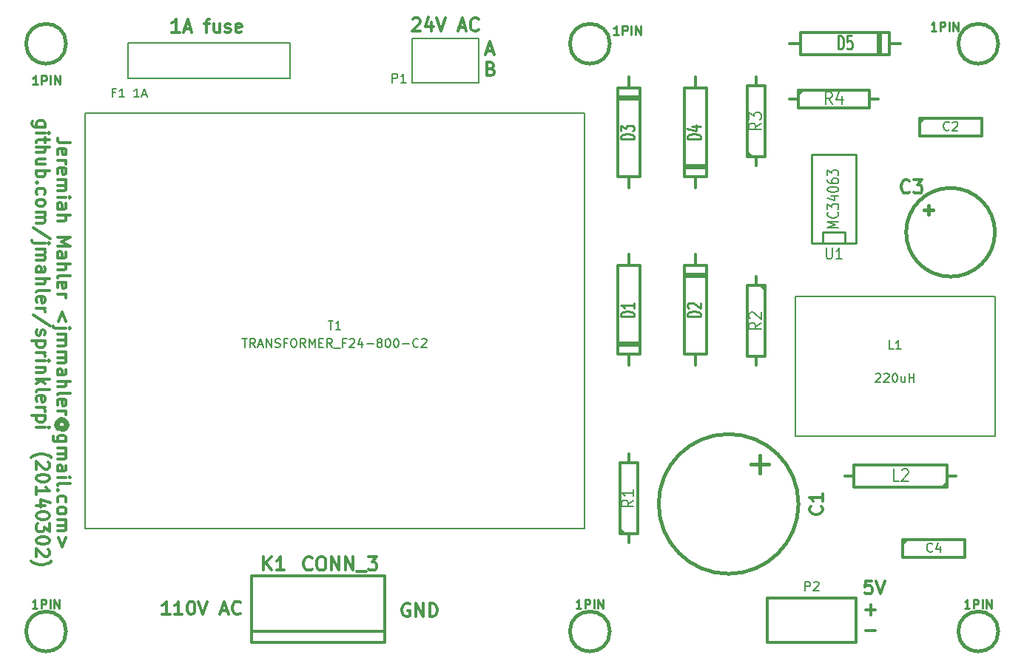
<source format=gto>
G04 (created by PCBNEW (2013-jul-07)-stable) date Sun 02 Mar 2014 10:40:17 AM PST*
%MOIN*%
G04 Gerber Fmt 3.4, Leading zero omitted, Abs format*
%FSLAX34Y34*%
G01*
G70*
G90*
G04 APERTURE LIST*
%ADD10C,0.00590551*%
%ADD11C,0.011811*%
%ADD12C,0.012*%
%ADD13C,0.008*%
%ADD14C,0.015*%
%ADD15C,0.01*%
G04 APERTURE END LIST*
G54D10*
G54D11*
X55609Y-25570D02*
X55890Y-25570D01*
X55553Y-25739D02*
X55750Y-25148D01*
X55946Y-25739D01*
X55792Y-26374D02*
X55876Y-26402D01*
X55904Y-26430D01*
X55932Y-26487D01*
X55932Y-26571D01*
X55904Y-26627D01*
X55876Y-26655D01*
X55820Y-26683D01*
X55595Y-26683D01*
X55595Y-26093D01*
X55792Y-26093D01*
X55848Y-26121D01*
X55876Y-26149D01*
X55904Y-26205D01*
X55904Y-26262D01*
X55876Y-26318D01*
X55848Y-26346D01*
X55792Y-26374D01*
X55595Y-26374D01*
X52273Y-24144D02*
X52301Y-24116D01*
X52357Y-24088D01*
X52498Y-24088D01*
X52554Y-24116D01*
X52582Y-24144D01*
X52611Y-24200D01*
X52611Y-24257D01*
X52582Y-24341D01*
X52245Y-24679D01*
X52611Y-24679D01*
X53117Y-24285D02*
X53117Y-24679D01*
X52976Y-24060D02*
X52836Y-24482D01*
X53201Y-24482D01*
X53342Y-24088D02*
X53539Y-24679D01*
X53735Y-24088D01*
X54354Y-24510D02*
X54635Y-24510D01*
X54298Y-24679D02*
X54495Y-24088D01*
X54692Y-24679D01*
X55226Y-24622D02*
X55198Y-24650D01*
X55113Y-24679D01*
X55057Y-24679D01*
X54973Y-24650D01*
X54917Y-24594D01*
X54888Y-24538D01*
X54860Y-24425D01*
X54860Y-24341D01*
X54888Y-24229D01*
X54917Y-24172D01*
X54973Y-24116D01*
X55057Y-24088D01*
X55113Y-24088D01*
X55198Y-24116D01*
X55226Y-24144D01*
X41762Y-24739D02*
X41425Y-24739D01*
X41593Y-24739D02*
X41593Y-24148D01*
X41537Y-24232D01*
X41481Y-24289D01*
X41425Y-24317D01*
X41987Y-24570D02*
X42268Y-24570D01*
X41931Y-24739D02*
X42128Y-24148D01*
X42325Y-24739D01*
X42887Y-24345D02*
X43112Y-24345D01*
X42971Y-24739D02*
X42971Y-24232D01*
X42999Y-24176D01*
X43056Y-24148D01*
X43112Y-24148D01*
X43562Y-24345D02*
X43562Y-24739D01*
X43309Y-24345D02*
X43309Y-24654D01*
X43337Y-24710D01*
X43393Y-24739D01*
X43478Y-24739D01*
X43534Y-24710D01*
X43562Y-24682D01*
X43815Y-24710D02*
X43871Y-24739D01*
X43984Y-24739D01*
X44040Y-24710D01*
X44068Y-24654D01*
X44068Y-24626D01*
X44040Y-24570D01*
X43984Y-24542D01*
X43899Y-24542D01*
X43843Y-24514D01*
X43815Y-24457D01*
X43815Y-24429D01*
X43843Y-24373D01*
X43899Y-24345D01*
X43984Y-24345D01*
X44040Y-24373D01*
X44546Y-24710D02*
X44490Y-24739D01*
X44377Y-24739D01*
X44321Y-24710D01*
X44293Y-24654D01*
X44293Y-24429D01*
X44321Y-24373D01*
X44377Y-24345D01*
X44490Y-24345D01*
X44546Y-24373D01*
X44574Y-24429D01*
X44574Y-24485D01*
X44293Y-24542D01*
X52130Y-50516D02*
X52073Y-50488D01*
X51989Y-50488D01*
X51905Y-50516D01*
X51848Y-50572D01*
X51820Y-50629D01*
X51792Y-50741D01*
X51792Y-50825D01*
X51820Y-50938D01*
X51848Y-50994D01*
X51905Y-51050D01*
X51989Y-51079D01*
X52045Y-51079D01*
X52130Y-51050D01*
X52158Y-51022D01*
X52158Y-50825D01*
X52045Y-50825D01*
X52411Y-51079D02*
X52411Y-50488D01*
X52748Y-51079D01*
X52748Y-50488D01*
X53029Y-51079D02*
X53029Y-50488D01*
X53170Y-50488D01*
X53254Y-50516D01*
X53311Y-50572D01*
X53339Y-50629D01*
X53367Y-50741D01*
X53367Y-50825D01*
X53339Y-50938D01*
X53311Y-50994D01*
X53254Y-51050D01*
X53170Y-51079D01*
X53029Y-51079D01*
X41329Y-50989D02*
X40992Y-50989D01*
X41161Y-50989D02*
X41161Y-50398D01*
X41104Y-50482D01*
X41048Y-50539D01*
X40992Y-50567D01*
X41892Y-50989D02*
X41554Y-50989D01*
X41723Y-50989D02*
X41723Y-50398D01*
X41667Y-50482D01*
X41611Y-50539D01*
X41554Y-50567D01*
X42257Y-50398D02*
X42314Y-50398D01*
X42370Y-50426D01*
X42398Y-50454D01*
X42426Y-50510D01*
X42454Y-50623D01*
X42454Y-50764D01*
X42426Y-50876D01*
X42398Y-50932D01*
X42370Y-50960D01*
X42314Y-50989D01*
X42257Y-50989D01*
X42201Y-50960D01*
X42173Y-50932D01*
X42145Y-50876D01*
X42117Y-50764D01*
X42117Y-50623D01*
X42145Y-50510D01*
X42173Y-50454D01*
X42201Y-50426D01*
X42257Y-50398D01*
X42623Y-50398D02*
X42820Y-50989D01*
X43017Y-50398D01*
X43635Y-50820D02*
X43917Y-50820D01*
X43579Y-50989D02*
X43776Y-50398D01*
X43973Y-50989D01*
X44507Y-50932D02*
X44479Y-50960D01*
X44395Y-50989D01*
X44338Y-50989D01*
X44254Y-50960D01*
X44198Y-50904D01*
X44170Y-50848D01*
X44142Y-50735D01*
X44142Y-50651D01*
X44170Y-50539D01*
X44198Y-50482D01*
X44254Y-50426D01*
X44338Y-50398D01*
X44395Y-50398D01*
X44479Y-50426D01*
X44507Y-50454D01*
X72951Y-49468D02*
X72670Y-49468D01*
X72642Y-49749D01*
X72670Y-49721D01*
X72726Y-49693D01*
X72867Y-49693D01*
X72923Y-49721D01*
X72951Y-49749D01*
X72979Y-49805D01*
X72979Y-49946D01*
X72951Y-50002D01*
X72923Y-50030D01*
X72867Y-50059D01*
X72726Y-50059D01*
X72670Y-50030D01*
X72642Y-50002D01*
X73148Y-49468D02*
X73345Y-50059D01*
X73542Y-49468D01*
X72670Y-50778D02*
X73120Y-50778D01*
X72895Y-51003D02*
X72895Y-50553D01*
X72670Y-51723D02*
X73120Y-51723D01*
X36851Y-29723D02*
X36429Y-29723D01*
X36345Y-29694D01*
X36289Y-29638D01*
X36260Y-29554D01*
X36260Y-29498D01*
X36289Y-30229D02*
X36260Y-30172D01*
X36260Y-30060D01*
X36289Y-30004D01*
X36345Y-29976D01*
X36570Y-29976D01*
X36626Y-30004D01*
X36654Y-30060D01*
X36654Y-30172D01*
X36626Y-30229D01*
X36570Y-30257D01*
X36514Y-30257D01*
X36457Y-29976D01*
X36260Y-30510D02*
X36654Y-30510D01*
X36542Y-30510D02*
X36598Y-30538D01*
X36626Y-30566D01*
X36654Y-30622D01*
X36654Y-30679D01*
X36289Y-31100D02*
X36260Y-31044D01*
X36260Y-30932D01*
X36289Y-30875D01*
X36345Y-30847D01*
X36570Y-30847D01*
X36626Y-30875D01*
X36654Y-30932D01*
X36654Y-31044D01*
X36626Y-31100D01*
X36570Y-31129D01*
X36514Y-31129D01*
X36457Y-30847D01*
X36260Y-31382D02*
X36654Y-31382D01*
X36598Y-31382D02*
X36626Y-31410D01*
X36654Y-31466D01*
X36654Y-31550D01*
X36626Y-31607D01*
X36570Y-31635D01*
X36260Y-31635D01*
X36570Y-31635D02*
X36626Y-31663D01*
X36654Y-31719D01*
X36654Y-31803D01*
X36626Y-31860D01*
X36570Y-31888D01*
X36260Y-31888D01*
X36260Y-32169D02*
X36654Y-32169D01*
X36851Y-32169D02*
X36823Y-32141D01*
X36795Y-32169D01*
X36823Y-32197D01*
X36851Y-32169D01*
X36795Y-32169D01*
X36260Y-32703D02*
X36570Y-32703D01*
X36626Y-32675D01*
X36654Y-32619D01*
X36654Y-32507D01*
X36626Y-32450D01*
X36289Y-32703D02*
X36260Y-32647D01*
X36260Y-32507D01*
X36289Y-32450D01*
X36345Y-32422D01*
X36401Y-32422D01*
X36457Y-32450D01*
X36485Y-32507D01*
X36485Y-32647D01*
X36514Y-32703D01*
X36260Y-32985D02*
X36851Y-32985D01*
X36260Y-33238D02*
X36570Y-33238D01*
X36626Y-33210D01*
X36654Y-33153D01*
X36654Y-33069D01*
X36626Y-33013D01*
X36598Y-32985D01*
X36260Y-33969D02*
X36851Y-33969D01*
X36429Y-34166D01*
X36851Y-34363D01*
X36260Y-34363D01*
X36260Y-34897D02*
X36570Y-34897D01*
X36626Y-34869D01*
X36654Y-34812D01*
X36654Y-34700D01*
X36626Y-34644D01*
X36289Y-34897D02*
X36260Y-34841D01*
X36260Y-34700D01*
X36289Y-34644D01*
X36345Y-34616D01*
X36401Y-34616D01*
X36457Y-34644D01*
X36485Y-34700D01*
X36485Y-34841D01*
X36514Y-34897D01*
X36260Y-35178D02*
X36851Y-35178D01*
X36260Y-35431D02*
X36570Y-35431D01*
X36626Y-35403D01*
X36654Y-35347D01*
X36654Y-35262D01*
X36626Y-35206D01*
X36598Y-35178D01*
X36260Y-35797D02*
X36289Y-35741D01*
X36345Y-35712D01*
X36851Y-35712D01*
X36289Y-36247D02*
X36260Y-36190D01*
X36260Y-36078D01*
X36289Y-36022D01*
X36345Y-35994D01*
X36570Y-35994D01*
X36626Y-36022D01*
X36654Y-36078D01*
X36654Y-36190D01*
X36626Y-36247D01*
X36570Y-36275D01*
X36514Y-36275D01*
X36457Y-35994D01*
X36260Y-36528D02*
X36654Y-36528D01*
X36542Y-36528D02*
X36598Y-36556D01*
X36626Y-36584D01*
X36654Y-36640D01*
X36654Y-36697D01*
X36654Y-37793D02*
X36485Y-37343D01*
X36317Y-37793D01*
X36654Y-38075D02*
X36148Y-38075D01*
X36092Y-38046D01*
X36064Y-37990D01*
X36064Y-37962D01*
X36851Y-38075D02*
X36823Y-38046D01*
X36795Y-38075D01*
X36823Y-38103D01*
X36851Y-38075D01*
X36795Y-38075D01*
X36260Y-38356D02*
X36654Y-38356D01*
X36598Y-38356D02*
X36626Y-38384D01*
X36654Y-38440D01*
X36654Y-38525D01*
X36626Y-38581D01*
X36570Y-38609D01*
X36260Y-38609D01*
X36570Y-38609D02*
X36626Y-38637D01*
X36654Y-38693D01*
X36654Y-38778D01*
X36626Y-38834D01*
X36570Y-38862D01*
X36260Y-38862D01*
X36260Y-39143D02*
X36654Y-39143D01*
X36598Y-39143D02*
X36626Y-39171D01*
X36654Y-39228D01*
X36654Y-39312D01*
X36626Y-39368D01*
X36570Y-39396D01*
X36260Y-39396D01*
X36570Y-39396D02*
X36626Y-39424D01*
X36654Y-39481D01*
X36654Y-39565D01*
X36626Y-39621D01*
X36570Y-39649D01*
X36260Y-39649D01*
X36260Y-40184D02*
X36570Y-40184D01*
X36626Y-40156D01*
X36654Y-40099D01*
X36654Y-39987D01*
X36626Y-39931D01*
X36289Y-40184D02*
X36260Y-40127D01*
X36260Y-39987D01*
X36289Y-39931D01*
X36345Y-39902D01*
X36401Y-39902D01*
X36457Y-39931D01*
X36485Y-39987D01*
X36485Y-40127D01*
X36514Y-40184D01*
X36260Y-40465D02*
X36851Y-40465D01*
X36260Y-40718D02*
X36570Y-40718D01*
X36626Y-40690D01*
X36654Y-40634D01*
X36654Y-40549D01*
X36626Y-40493D01*
X36598Y-40465D01*
X36260Y-41084D02*
X36289Y-41027D01*
X36345Y-40999D01*
X36851Y-40999D01*
X36289Y-41534D02*
X36260Y-41477D01*
X36260Y-41365D01*
X36289Y-41309D01*
X36345Y-41280D01*
X36570Y-41280D01*
X36626Y-41309D01*
X36654Y-41365D01*
X36654Y-41477D01*
X36626Y-41534D01*
X36570Y-41562D01*
X36514Y-41562D01*
X36457Y-41280D01*
X36260Y-41815D02*
X36654Y-41815D01*
X36542Y-41815D02*
X36598Y-41843D01*
X36626Y-41871D01*
X36654Y-41927D01*
X36654Y-41983D01*
X36542Y-42546D02*
X36570Y-42518D01*
X36598Y-42462D01*
X36598Y-42405D01*
X36570Y-42349D01*
X36542Y-42321D01*
X36485Y-42293D01*
X36429Y-42293D01*
X36373Y-42321D01*
X36345Y-42349D01*
X36317Y-42405D01*
X36317Y-42462D01*
X36345Y-42518D01*
X36373Y-42546D01*
X36598Y-42546D02*
X36373Y-42546D01*
X36345Y-42574D01*
X36345Y-42602D01*
X36373Y-42658D01*
X36429Y-42687D01*
X36570Y-42687D01*
X36654Y-42630D01*
X36710Y-42546D01*
X36739Y-42433D01*
X36710Y-42321D01*
X36654Y-42237D01*
X36570Y-42180D01*
X36457Y-42152D01*
X36345Y-42180D01*
X36260Y-42237D01*
X36204Y-42321D01*
X36176Y-42433D01*
X36204Y-42546D01*
X36260Y-42630D01*
X36654Y-43193D02*
X36176Y-43193D01*
X36120Y-43165D01*
X36092Y-43136D01*
X36064Y-43080D01*
X36064Y-42996D01*
X36092Y-42940D01*
X36289Y-43193D02*
X36260Y-43136D01*
X36260Y-43024D01*
X36289Y-42968D01*
X36317Y-42940D01*
X36373Y-42911D01*
X36542Y-42911D01*
X36598Y-42940D01*
X36626Y-42968D01*
X36654Y-43024D01*
X36654Y-43136D01*
X36626Y-43193D01*
X36260Y-43474D02*
X36654Y-43474D01*
X36598Y-43474D02*
X36626Y-43502D01*
X36654Y-43558D01*
X36654Y-43643D01*
X36626Y-43699D01*
X36570Y-43727D01*
X36260Y-43727D01*
X36570Y-43727D02*
X36626Y-43755D01*
X36654Y-43811D01*
X36654Y-43896D01*
X36626Y-43952D01*
X36570Y-43980D01*
X36260Y-43980D01*
X36260Y-44514D02*
X36570Y-44514D01*
X36626Y-44486D01*
X36654Y-44430D01*
X36654Y-44318D01*
X36626Y-44261D01*
X36289Y-44514D02*
X36260Y-44458D01*
X36260Y-44318D01*
X36289Y-44261D01*
X36345Y-44233D01*
X36401Y-44233D01*
X36457Y-44261D01*
X36485Y-44318D01*
X36485Y-44458D01*
X36514Y-44514D01*
X36260Y-44796D02*
X36654Y-44796D01*
X36851Y-44796D02*
X36823Y-44767D01*
X36795Y-44796D01*
X36823Y-44824D01*
X36851Y-44796D01*
X36795Y-44796D01*
X36260Y-45161D02*
X36289Y-45105D01*
X36345Y-45077D01*
X36851Y-45077D01*
X36317Y-45386D02*
X36289Y-45414D01*
X36260Y-45386D01*
X36289Y-45358D01*
X36317Y-45386D01*
X36260Y-45386D01*
X36289Y-45920D02*
X36260Y-45864D01*
X36260Y-45752D01*
X36289Y-45696D01*
X36317Y-45667D01*
X36373Y-45639D01*
X36542Y-45639D01*
X36598Y-45667D01*
X36626Y-45696D01*
X36654Y-45752D01*
X36654Y-45864D01*
X36626Y-45920D01*
X36260Y-46258D02*
X36289Y-46202D01*
X36317Y-46174D01*
X36373Y-46145D01*
X36542Y-46145D01*
X36598Y-46174D01*
X36626Y-46202D01*
X36654Y-46258D01*
X36654Y-46342D01*
X36626Y-46399D01*
X36598Y-46427D01*
X36542Y-46455D01*
X36373Y-46455D01*
X36317Y-46427D01*
X36289Y-46399D01*
X36260Y-46342D01*
X36260Y-46258D01*
X36260Y-46708D02*
X36654Y-46708D01*
X36598Y-46708D02*
X36626Y-46736D01*
X36654Y-46792D01*
X36654Y-46877D01*
X36626Y-46933D01*
X36570Y-46961D01*
X36260Y-46961D01*
X36570Y-46961D02*
X36626Y-46989D01*
X36654Y-47045D01*
X36654Y-47130D01*
X36626Y-47186D01*
X36570Y-47214D01*
X36260Y-47214D01*
X36654Y-47495D02*
X36485Y-47945D01*
X36317Y-47495D01*
X35709Y-29005D02*
X35231Y-29005D01*
X35175Y-28977D01*
X35147Y-28949D01*
X35119Y-28893D01*
X35119Y-28809D01*
X35147Y-28752D01*
X35344Y-29005D02*
X35316Y-28949D01*
X35316Y-28837D01*
X35344Y-28780D01*
X35372Y-28752D01*
X35428Y-28724D01*
X35597Y-28724D01*
X35653Y-28752D01*
X35681Y-28780D01*
X35709Y-28837D01*
X35709Y-28949D01*
X35681Y-29005D01*
X35316Y-29287D02*
X35709Y-29287D01*
X35906Y-29287D02*
X35878Y-29258D01*
X35850Y-29287D01*
X35878Y-29315D01*
X35906Y-29287D01*
X35850Y-29287D01*
X35709Y-29483D02*
X35709Y-29708D01*
X35906Y-29568D02*
X35400Y-29568D01*
X35344Y-29596D01*
X35316Y-29652D01*
X35316Y-29708D01*
X35316Y-29905D02*
X35906Y-29905D01*
X35316Y-30158D02*
X35625Y-30158D01*
X35681Y-30130D01*
X35709Y-30074D01*
X35709Y-29990D01*
X35681Y-29933D01*
X35653Y-29905D01*
X35709Y-30693D02*
X35316Y-30693D01*
X35709Y-30440D02*
X35400Y-30440D01*
X35344Y-30468D01*
X35316Y-30524D01*
X35316Y-30608D01*
X35344Y-30665D01*
X35372Y-30693D01*
X35316Y-30974D02*
X35906Y-30974D01*
X35681Y-30974D02*
X35709Y-31030D01*
X35709Y-31143D01*
X35681Y-31199D01*
X35653Y-31227D01*
X35597Y-31255D01*
X35428Y-31255D01*
X35372Y-31227D01*
X35344Y-31199D01*
X35316Y-31143D01*
X35316Y-31030D01*
X35344Y-30974D01*
X35372Y-31508D02*
X35344Y-31536D01*
X35316Y-31508D01*
X35344Y-31480D01*
X35372Y-31508D01*
X35316Y-31508D01*
X35344Y-32043D02*
X35316Y-31986D01*
X35316Y-31874D01*
X35344Y-31818D01*
X35372Y-31789D01*
X35428Y-31761D01*
X35597Y-31761D01*
X35653Y-31789D01*
X35681Y-31818D01*
X35709Y-31874D01*
X35709Y-31986D01*
X35681Y-32043D01*
X35316Y-32380D02*
X35344Y-32324D01*
X35372Y-32296D01*
X35428Y-32267D01*
X35597Y-32267D01*
X35653Y-32296D01*
X35681Y-32324D01*
X35709Y-32380D01*
X35709Y-32464D01*
X35681Y-32521D01*
X35653Y-32549D01*
X35597Y-32577D01*
X35428Y-32577D01*
X35372Y-32549D01*
X35344Y-32521D01*
X35316Y-32464D01*
X35316Y-32380D01*
X35316Y-32830D02*
X35709Y-32830D01*
X35653Y-32830D02*
X35681Y-32858D01*
X35709Y-32914D01*
X35709Y-32999D01*
X35681Y-33055D01*
X35625Y-33083D01*
X35316Y-33083D01*
X35625Y-33083D02*
X35681Y-33111D01*
X35709Y-33167D01*
X35709Y-33252D01*
X35681Y-33308D01*
X35625Y-33336D01*
X35316Y-33336D01*
X35934Y-34039D02*
X35175Y-33533D01*
X35709Y-34236D02*
X35203Y-34236D01*
X35147Y-34208D01*
X35119Y-34152D01*
X35119Y-34124D01*
X35906Y-34236D02*
X35878Y-34208D01*
X35850Y-34236D01*
X35878Y-34264D01*
X35906Y-34236D01*
X35850Y-34236D01*
X35316Y-34517D02*
X35709Y-34517D01*
X35653Y-34517D02*
X35681Y-34545D01*
X35709Y-34602D01*
X35709Y-34686D01*
X35681Y-34742D01*
X35625Y-34770D01*
X35316Y-34770D01*
X35625Y-34770D02*
X35681Y-34798D01*
X35709Y-34855D01*
X35709Y-34939D01*
X35681Y-34995D01*
X35625Y-35023D01*
X35316Y-35023D01*
X35316Y-35558D02*
X35625Y-35558D01*
X35681Y-35530D01*
X35709Y-35473D01*
X35709Y-35361D01*
X35681Y-35305D01*
X35344Y-35558D02*
X35316Y-35501D01*
X35316Y-35361D01*
X35344Y-35305D01*
X35400Y-35276D01*
X35456Y-35276D01*
X35512Y-35305D01*
X35541Y-35361D01*
X35541Y-35501D01*
X35569Y-35558D01*
X35316Y-35839D02*
X35906Y-35839D01*
X35316Y-36092D02*
X35625Y-36092D01*
X35681Y-36064D01*
X35709Y-36008D01*
X35709Y-35923D01*
X35681Y-35867D01*
X35653Y-35839D01*
X35316Y-36458D02*
X35344Y-36401D01*
X35400Y-36373D01*
X35906Y-36373D01*
X35344Y-36908D02*
X35316Y-36851D01*
X35316Y-36739D01*
X35344Y-36683D01*
X35400Y-36654D01*
X35625Y-36654D01*
X35681Y-36683D01*
X35709Y-36739D01*
X35709Y-36851D01*
X35681Y-36908D01*
X35625Y-36936D01*
X35569Y-36936D01*
X35512Y-36654D01*
X35316Y-37189D02*
X35709Y-37189D01*
X35597Y-37189D02*
X35653Y-37217D01*
X35681Y-37245D01*
X35709Y-37301D01*
X35709Y-37357D01*
X35934Y-37976D02*
X35175Y-37470D01*
X35344Y-38145D02*
X35316Y-38201D01*
X35316Y-38314D01*
X35344Y-38370D01*
X35400Y-38398D01*
X35428Y-38398D01*
X35484Y-38370D01*
X35512Y-38314D01*
X35512Y-38229D01*
X35541Y-38173D01*
X35597Y-38145D01*
X35625Y-38145D01*
X35681Y-38173D01*
X35709Y-38229D01*
X35709Y-38314D01*
X35681Y-38370D01*
X35709Y-38651D02*
X35119Y-38651D01*
X35681Y-38651D02*
X35709Y-38707D01*
X35709Y-38820D01*
X35681Y-38876D01*
X35653Y-38904D01*
X35597Y-38932D01*
X35428Y-38932D01*
X35372Y-38904D01*
X35344Y-38876D01*
X35316Y-38820D01*
X35316Y-38707D01*
X35344Y-38651D01*
X35316Y-39185D02*
X35709Y-39185D01*
X35597Y-39185D02*
X35653Y-39214D01*
X35681Y-39242D01*
X35709Y-39298D01*
X35709Y-39354D01*
X35316Y-39551D02*
X35709Y-39551D01*
X35906Y-39551D02*
X35878Y-39523D01*
X35850Y-39551D01*
X35878Y-39579D01*
X35906Y-39551D01*
X35850Y-39551D01*
X35709Y-39832D02*
X35316Y-39832D01*
X35653Y-39832D02*
X35681Y-39860D01*
X35709Y-39917D01*
X35709Y-40001D01*
X35681Y-40057D01*
X35625Y-40085D01*
X35316Y-40085D01*
X35316Y-40366D02*
X35906Y-40366D01*
X35541Y-40423D02*
X35316Y-40591D01*
X35709Y-40591D02*
X35484Y-40366D01*
X35316Y-40929D02*
X35344Y-40873D01*
X35400Y-40845D01*
X35906Y-40845D01*
X35344Y-41379D02*
X35316Y-41323D01*
X35316Y-41210D01*
X35344Y-41154D01*
X35400Y-41126D01*
X35625Y-41126D01*
X35681Y-41154D01*
X35709Y-41210D01*
X35709Y-41323D01*
X35681Y-41379D01*
X35625Y-41407D01*
X35569Y-41407D01*
X35512Y-41126D01*
X35316Y-41660D02*
X35709Y-41660D01*
X35597Y-41660D02*
X35653Y-41688D01*
X35681Y-41716D01*
X35709Y-41773D01*
X35709Y-41829D01*
X35709Y-42026D02*
X35119Y-42026D01*
X35681Y-42026D02*
X35709Y-42082D01*
X35709Y-42194D01*
X35681Y-42251D01*
X35653Y-42279D01*
X35597Y-42307D01*
X35428Y-42307D01*
X35372Y-42279D01*
X35344Y-42251D01*
X35316Y-42194D01*
X35316Y-42082D01*
X35344Y-42026D01*
X35316Y-42560D02*
X35709Y-42560D01*
X35906Y-42560D02*
X35878Y-42532D01*
X35850Y-42560D01*
X35878Y-42588D01*
X35906Y-42560D01*
X35850Y-42560D01*
X35091Y-43910D02*
X35119Y-43882D01*
X35203Y-43825D01*
X35259Y-43797D01*
X35344Y-43769D01*
X35484Y-43741D01*
X35597Y-43741D01*
X35737Y-43769D01*
X35822Y-43797D01*
X35878Y-43825D01*
X35962Y-43882D01*
X35991Y-43910D01*
X35850Y-44107D02*
X35878Y-44135D01*
X35906Y-44191D01*
X35906Y-44332D01*
X35878Y-44388D01*
X35850Y-44416D01*
X35794Y-44444D01*
X35737Y-44444D01*
X35653Y-44416D01*
X35316Y-44079D01*
X35316Y-44444D01*
X35906Y-44810D02*
X35906Y-44866D01*
X35878Y-44922D01*
X35850Y-44950D01*
X35794Y-44978D01*
X35681Y-45007D01*
X35541Y-45007D01*
X35428Y-44978D01*
X35372Y-44950D01*
X35344Y-44922D01*
X35316Y-44866D01*
X35316Y-44810D01*
X35344Y-44753D01*
X35372Y-44725D01*
X35428Y-44697D01*
X35541Y-44669D01*
X35681Y-44669D01*
X35794Y-44697D01*
X35850Y-44725D01*
X35878Y-44753D01*
X35906Y-44810D01*
X35316Y-45569D02*
X35316Y-45232D01*
X35316Y-45400D02*
X35906Y-45400D01*
X35822Y-45344D01*
X35766Y-45288D01*
X35737Y-45232D01*
X35709Y-46075D02*
X35316Y-46075D01*
X35934Y-45935D02*
X35512Y-45794D01*
X35512Y-46160D01*
X35906Y-46497D02*
X35906Y-46553D01*
X35878Y-46609D01*
X35850Y-46638D01*
X35794Y-46666D01*
X35681Y-46694D01*
X35541Y-46694D01*
X35428Y-46666D01*
X35372Y-46638D01*
X35344Y-46609D01*
X35316Y-46553D01*
X35316Y-46497D01*
X35344Y-46441D01*
X35372Y-46413D01*
X35428Y-46384D01*
X35541Y-46356D01*
X35681Y-46356D01*
X35794Y-46384D01*
X35850Y-46413D01*
X35878Y-46441D01*
X35906Y-46497D01*
X35906Y-46891D02*
X35906Y-47256D01*
X35681Y-47059D01*
X35681Y-47144D01*
X35653Y-47200D01*
X35625Y-47228D01*
X35569Y-47256D01*
X35428Y-47256D01*
X35372Y-47228D01*
X35344Y-47200D01*
X35316Y-47144D01*
X35316Y-46975D01*
X35344Y-46919D01*
X35372Y-46891D01*
X35906Y-47622D02*
X35906Y-47678D01*
X35878Y-47734D01*
X35850Y-47762D01*
X35794Y-47791D01*
X35681Y-47819D01*
X35541Y-47819D01*
X35428Y-47791D01*
X35372Y-47762D01*
X35344Y-47734D01*
X35316Y-47678D01*
X35316Y-47622D01*
X35344Y-47566D01*
X35372Y-47537D01*
X35428Y-47509D01*
X35541Y-47481D01*
X35681Y-47481D01*
X35794Y-47509D01*
X35850Y-47537D01*
X35878Y-47566D01*
X35906Y-47622D01*
X35850Y-48044D02*
X35878Y-48072D01*
X35906Y-48128D01*
X35906Y-48269D01*
X35878Y-48325D01*
X35850Y-48353D01*
X35794Y-48381D01*
X35737Y-48381D01*
X35653Y-48353D01*
X35316Y-48016D01*
X35316Y-48381D01*
X35091Y-48578D02*
X35119Y-48606D01*
X35203Y-48662D01*
X35259Y-48690D01*
X35344Y-48719D01*
X35484Y-48747D01*
X35597Y-48747D01*
X35737Y-48719D01*
X35822Y-48690D01*
X35878Y-48662D01*
X35962Y-48606D01*
X35991Y-48578D01*
G54D10*
X74000Y-36650D02*
X78500Y-36650D01*
X78500Y-36650D02*
X78500Y-42950D01*
X78500Y-42950D02*
X69500Y-42950D01*
X69500Y-42950D02*
X69500Y-36650D01*
X69500Y-36650D02*
X74000Y-36650D01*
X37500Y-28370D02*
X60000Y-28370D01*
X60000Y-28370D02*
X60000Y-47100D01*
X60000Y-47100D02*
X37500Y-47100D01*
X37500Y-47100D02*
X37500Y-28370D01*
G54D12*
X67750Y-35750D02*
X67750Y-36150D01*
X67750Y-36150D02*
X68150Y-36150D01*
X68150Y-36150D02*
X68150Y-39350D01*
X68150Y-39350D02*
X67350Y-39350D01*
X67350Y-39350D02*
X67350Y-36150D01*
X67350Y-36150D02*
X67750Y-36150D01*
X67950Y-36150D02*
X68150Y-36350D01*
X67750Y-39750D02*
X67750Y-39350D01*
G54D13*
X55250Y-27000D02*
X52250Y-27000D01*
X52250Y-25000D02*
X55250Y-25000D01*
X55250Y-25000D02*
X55250Y-27000D01*
X52250Y-27000D02*
X52250Y-25000D01*
G54D14*
X75500Y-32550D02*
X75500Y-32950D01*
X75300Y-32750D02*
X75700Y-32750D01*
X78500Y-33750D02*
G75*
G03X78500Y-33750I-2000J0D01*
G74*
G01*
G54D15*
X70750Y-34250D02*
X70750Y-33750D01*
X70750Y-33750D02*
X71750Y-33750D01*
X71750Y-33750D02*
X71750Y-34250D01*
X70250Y-34250D02*
X70250Y-30250D01*
X70250Y-30250D02*
X72250Y-30250D01*
X72250Y-30250D02*
X72250Y-34250D01*
X72250Y-34250D02*
X70250Y-34250D01*
G54D12*
X74250Y-25250D02*
X73750Y-25250D01*
X73750Y-25250D02*
X73750Y-24750D01*
X73750Y-24750D02*
X69750Y-24750D01*
X69750Y-24750D02*
X69750Y-25250D01*
X69750Y-25250D02*
X69250Y-25250D01*
X69750Y-25250D02*
X69750Y-25750D01*
X69750Y-25750D02*
X73750Y-25750D01*
X73750Y-25750D02*
X73750Y-25250D01*
X73250Y-24750D02*
X73250Y-25750D01*
X73350Y-24750D02*
X73350Y-25750D01*
X62000Y-39750D02*
X62000Y-39250D01*
X62000Y-39250D02*
X62500Y-39250D01*
X62500Y-39250D02*
X62500Y-35250D01*
X62500Y-35250D02*
X62000Y-35250D01*
X62000Y-35250D02*
X62000Y-34750D01*
X62000Y-35250D02*
X61500Y-35250D01*
X61500Y-35250D02*
X61500Y-39250D01*
X61500Y-39250D02*
X62000Y-39250D01*
X62500Y-38750D02*
X61500Y-38750D01*
X62500Y-38850D02*
X61500Y-38850D01*
X65000Y-31750D02*
X65000Y-31250D01*
X65000Y-31250D02*
X65500Y-31250D01*
X65500Y-31250D02*
X65500Y-27250D01*
X65500Y-27250D02*
X65000Y-27250D01*
X65000Y-27250D02*
X65000Y-26750D01*
X65000Y-27250D02*
X64500Y-27250D01*
X64500Y-27250D02*
X64500Y-31250D01*
X64500Y-31250D02*
X65000Y-31250D01*
X65500Y-30750D02*
X64500Y-30750D01*
X65500Y-30850D02*
X64500Y-30850D01*
X62000Y-26750D02*
X62000Y-27250D01*
X62000Y-27250D02*
X61500Y-27250D01*
X61500Y-27250D02*
X61500Y-31250D01*
X61500Y-31250D02*
X62000Y-31250D01*
X62000Y-31250D02*
X62000Y-31750D01*
X62000Y-31250D02*
X62500Y-31250D01*
X62500Y-31250D02*
X62500Y-27250D01*
X62500Y-27250D02*
X62000Y-27250D01*
X61500Y-27750D02*
X62500Y-27750D01*
X61500Y-27650D02*
X62500Y-27650D01*
X65000Y-34750D02*
X65000Y-35250D01*
X65000Y-35250D02*
X64500Y-35250D01*
X64500Y-35250D02*
X64500Y-39250D01*
X64500Y-39250D02*
X65000Y-39250D01*
X65000Y-39250D02*
X65000Y-39750D01*
X65000Y-39250D02*
X65500Y-39250D01*
X65500Y-39250D02*
X65500Y-35250D01*
X65500Y-35250D02*
X65000Y-35250D01*
X64500Y-35750D02*
X65500Y-35750D01*
X64500Y-35650D02*
X65500Y-35650D01*
G54D14*
X67900Y-43800D02*
X67900Y-44600D01*
X68300Y-44200D02*
X67500Y-44200D01*
X69650Y-46000D02*
G75*
G03X69650Y-46000I-3150J0D01*
G74*
G01*
X61150Y-25250D02*
G75*
G03X61150Y-25250I-900J0D01*
G74*
G01*
X36650Y-25250D02*
G75*
G03X36650Y-25250I-900J0D01*
G74*
G01*
X36650Y-51750D02*
G75*
G03X36650Y-51750I-900J0D01*
G74*
G01*
X61150Y-51750D02*
G75*
G03X61150Y-51750I-900J0D01*
G74*
G01*
X78650Y-25250D02*
G75*
G03X78650Y-25250I-900J0D01*
G74*
G01*
X78650Y-51750D02*
G75*
G03X78650Y-51750I-900J0D01*
G74*
G01*
G54D12*
X67750Y-30750D02*
X67750Y-30350D01*
X67750Y-30350D02*
X67350Y-30350D01*
X67350Y-30350D02*
X67350Y-27150D01*
X67350Y-27150D02*
X68150Y-27150D01*
X68150Y-27150D02*
X68150Y-30350D01*
X68150Y-30350D02*
X67750Y-30350D01*
X67550Y-30350D02*
X67350Y-30150D01*
X67750Y-26750D02*
X67750Y-27150D01*
X69250Y-27750D02*
X69650Y-27750D01*
X69650Y-27750D02*
X69650Y-27350D01*
X69650Y-27350D02*
X72850Y-27350D01*
X72850Y-27350D02*
X72850Y-28150D01*
X72850Y-28150D02*
X69650Y-28150D01*
X69650Y-28150D02*
X69650Y-27750D01*
X69650Y-27550D02*
X69850Y-27350D01*
X73250Y-27750D02*
X72850Y-27750D01*
X62000Y-47750D02*
X62000Y-47350D01*
X62000Y-47350D02*
X61600Y-47350D01*
X61600Y-47350D02*
X61600Y-44150D01*
X61600Y-44150D02*
X62400Y-44150D01*
X62400Y-44150D02*
X62400Y-47350D01*
X62400Y-47350D02*
X62000Y-47350D01*
X61800Y-47350D02*
X61600Y-47150D01*
X62000Y-43750D02*
X62000Y-44150D01*
X76750Y-44750D02*
X76350Y-44750D01*
X71750Y-44750D02*
X72150Y-44750D01*
X72150Y-45250D02*
X72150Y-44250D01*
X72150Y-44250D02*
X76350Y-44250D01*
X76350Y-44250D02*
X76350Y-45250D01*
X76350Y-45250D02*
X72150Y-45250D01*
X76350Y-45050D02*
X76150Y-45250D01*
G54D10*
X46750Y-25200D02*
X46750Y-26800D01*
X46750Y-26800D02*
X39450Y-26800D01*
X39450Y-26800D02*
X39450Y-25200D01*
X39450Y-25200D02*
X46750Y-25200D01*
G54D12*
X45000Y-52250D02*
X45000Y-49250D01*
X51000Y-52250D02*
X51000Y-49250D01*
X45000Y-51750D02*
X51000Y-51750D01*
X45000Y-49250D02*
X51000Y-49250D01*
X45000Y-52250D02*
X51000Y-52250D01*
X75100Y-28600D02*
X77900Y-28600D01*
X77900Y-28600D02*
X77900Y-29400D01*
X77900Y-29400D02*
X75100Y-29400D01*
X75100Y-29400D02*
X75100Y-28600D01*
X75100Y-28800D02*
X75300Y-28600D01*
X74350Y-47600D02*
X77150Y-47600D01*
X77150Y-47600D02*
X77150Y-48400D01*
X77150Y-48400D02*
X74350Y-48400D01*
X74350Y-48400D02*
X74350Y-47600D01*
X74350Y-47800D02*
X74550Y-47600D01*
X68250Y-50250D02*
X72250Y-50250D01*
X72250Y-50250D02*
X72250Y-52250D01*
X72250Y-52250D02*
X68250Y-52250D01*
X68250Y-52250D02*
X68250Y-50250D01*
G54D10*
X73934Y-39009D02*
X73746Y-39009D01*
X73746Y-38615D01*
X74271Y-39009D02*
X74046Y-39009D01*
X74159Y-39009D02*
X74159Y-38615D01*
X74121Y-38671D01*
X74084Y-38709D01*
X74046Y-38728D01*
X73128Y-40153D02*
X73146Y-40134D01*
X73184Y-40115D01*
X73278Y-40115D01*
X73315Y-40134D01*
X73334Y-40153D01*
X73353Y-40190D01*
X73353Y-40228D01*
X73334Y-40284D01*
X73109Y-40509D01*
X73353Y-40509D01*
X73503Y-40153D02*
X73521Y-40134D01*
X73559Y-40115D01*
X73653Y-40115D01*
X73690Y-40134D01*
X73709Y-40153D01*
X73728Y-40190D01*
X73728Y-40228D01*
X73709Y-40284D01*
X73484Y-40509D01*
X73728Y-40509D01*
X73971Y-40115D02*
X74009Y-40115D01*
X74046Y-40134D01*
X74065Y-40153D01*
X74084Y-40190D01*
X74103Y-40265D01*
X74103Y-40359D01*
X74084Y-40434D01*
X74065Y-40471D01*
X74046Y-40490D01*
X74009Y-40509D01*
X73971Y-40509D01*
X73934Y-40490D01*
X73915Y-40471D01*
X73896Y-40434D01*
X73878Y-40359D01*
X73878Y-40265D01*
X73896Y-40190D01*
X73915Y-40153D01*
X73934Y-40134D01*
X73971Y-40115D01*
X74440Y-40246D02*
X74440Y-40509D01*
X74271Y-40246D02*
X74271Y-40453D01*
X74290Y-40490D01*
X74328Y-40509D01*
X74384Y-40509D01*
X74421Y-40490D01*
X74440Y-40471D01*
X74628Y-40509D02*
X74628Y-40115D01*
X74628Y-40303D02*
X74853Y-40303D01*
X74853Y-40509D02*
X74853Y-40115D01*
X48460Y-37745D02*
X48685Y-37745D01*
X48572Y-38139D02*
X48572Y-37745D01*
X49022Y-38139D02*
X48797Y-38139D01*
X48909Y-38139D02*
X48909Y-37745D01*
X48872Y-37801D01*
X48834Y-37839D01*
X48797Y-37858D01*
X44588Y-38545D02*
X44813Y-38545D01*
X44701Y-38939D02*
X44701Y-38545D01*
X45169Y-38939D02*
X45038Y-38751D01*
X44944Y-38939D02*
X44944Y-38545D01*
X45094Y-38545D01*
X45132Y-38564D01*
X45151Y-38583D01*
X45169Y-38620D01*
X45169Y-38676D01*
X45151Y-38714D01*
X45132Y-38733D01*
X45094Y-38751D01*
X44944Y-38751D01*
X45319Y-38826D02*
X45507Y-38826D01*
X45282Y-38939D02*
X45413Y-38545D01*
X45544Y-38939D01*
X45676Y-38939D02*
X45676Y-38545D01*
X45900Y-38939D01*
X45900Y-38545D01*
X46069Y-38920D02*
X46125Y-38939D01*
X46219Y-38939D01*
X46257Y-38920D01*
X46275Y-38901D01*
X46294Y-38864D01*
X46294Y-38826D01*
X46275Y-38789D01*
X46257Y-38770D01*
X46219Y-38751D01*
X46144Y-38733D01*
X46107Y-38714D01*
X46088Y-38695D01*
X46069Y-38658D01*
X46069Y-38620D01*
X46088Y-38583D01*
X46107Y-38564D01*
X46144Y-38545D01*
X46238Y-38545D01*
X46294Y-38564D01*
X46594Y-38733D02*
X46463Y-38733D01*
X46463Y-38939D02*
X46463Y-38545D01*
X46650Y-38545D01*
X46875Y-38545D02*
X46950Y-38545D01*
X46988Y-38564D01*
X47025Y-38601D01*
X47044Y-38676D01*
X47044Y-38808D01*
X47025Y-38883D01*
X46988Y-38920D01*
X46950Y-38939D01*
X46875Y-38939D01*
X46838Y-38920D01*
X46800Y-38883D01*
X46782Y-38808D01*
X46782Y-38676D01*
X46800Y-38601D01*
X46838Y-38564D01*
X46875Y-38545D01*
X47438Y-38939D02*
X47307Y-38751D01*
X47213Y-38939D02*
X47213Y-38545D01*
X47363Y-38545D01*
X47400Y-38564D01*
X47419Y-38583D01*
X47438Y-38620D01*
X47438Y-38676D01*
X47419Y-38714D01*
X47400Y-38733D01*
X47363Y-38751D01*
X47213Y-38751D01*
X47607Y-38939D02*
X47607Y-38545D01*
X47738Y-38826D01*
X47869Y-38545D01*
X47869Y-38939D01*
X48056Y-38733D02*
X48188Y-38733D01*
X48244Y-38939D02*
X48056Y-38939D01*
X48056Y-38545D01*
X48244Y-38545D01*
X48638Y-38939D02*
X48506Y-38751D01*
X48413Y-38939D02*
X48413Y-38545D01*
X48563Y-38545D01*
X48600Y-38564D01*
X48619Y-38583D01*
X48638Y-38620D01*
X48638Y-38676D01*
X48619Y-38714D01*
X48600Y-38733D01*
X48563Y-38751D01*
X48413Y-38751D01*
X48713Y-38976D02*
X49013Y-38976D01*
X49238Y-38733D02*
X49106Y-38733D01*
X49106Y-38939D02*
X49106Y-38545D01*
X49294Y-38545D01*
X49425Y-38583D02*
X49444Y-38564D01*
X49481Y-38545D01*
X49575Y-38545D01*
X49613Y-38564D01*
X49631Y-38583D01*
X49650Y-38620D01*
X49650Y-38658D01*
X49631Y-38714D01*
X49406Y-38939D01*
X49650Y-38939D01*
X49987Y-38676D02*
X49987Y-38939D01*
X49894Y-38526D02*
X49800Y-38808D01*
X50044Y-38808D01*
X50194Y-38789D02*
X50494Y-38789D01*
X50737Y-38714D02*
X50700Y-38695D01*
X50681Y-38676D01*
X50662Y-38639D01*
X50662Y-38620D01*
X50681Y-38583D01*
X50700Y-38564D01*
X50737Y-38545D01*
X50812Y-38545D01*
X50850Y-38564D01*
X50869Y-38583D01*
X50887Y-38620D01*
X50887Y-38639D01*
X50869Y-38676D01*
X50850Y-38695D01*
X50812Y-38714D01*
X50737Y-38714D01*
X50700Y-38733D01*
X50681Y-38751D01*
X50662Y-38789D01*
X50662Y-38864D01*
X50681Y-38901D01*
X50700Y-38920D01*
X50737Y-38939D01*
X50812Y-38939D01*
X50850Y-38920D01*
X50869Y-38901D01*
X50887Y-38864D01*
X50887Y-38789D01*
X50869Y-38751D01*
X50850Y-38733D01*
X50812Y-38714D01*
X51131Y-38545D02*
X51169Y-38545D01*
X51206Y-38564D01*
X51225Y-38583D01*
X51244Y-38620D01*
X51262Y-38695D01*
X51262Y-38789D01*
X51244Y-38864D01*
X51225Y-38901D01*
X51206Y-38920D01*
X51169Y-38939D01*
X51131Y-38939D01*
X51094Y-38920D01*
X51075Y-38901D01*
X51056Y-38864D01*
X51037Y-38789D01*
X51037Y-38695D01*
X51056Y-38620D01*
X51075Y-38583D01*
X51094Y-38564D01*
X51131Y-38545D01*
X51506Y-38545D02*
X51544Y-38545D01*
X51581Y-38564D01*
X51600Y-38583D01*
X51619Y-38620D01*
X51637Y-38695D01*
X51637Y-38789D01*
X51619Y-38864D01*
X51600Y-38901D01*
X51581Y-38920D01*
X51544Y-38939D01*
X51506Y-38939D01*
X51469Y-38920D01*
X51450Y-38901D01*
X51431Y-38864D01*
X51412Y-38789D01*
X51412Y-38695D01*
X51431Y-38620D01*
X51450Y-38583D01*
X51469Y-38564D01*
X51506Y-38545D01*
X51806Y-38789D02*
X52106Y-38789D01*
X52518Y-38901D02*
X52500Y-38920D01*
X52443Y-38939D01*
X52406Y-38939D01*
X52350Y-38920D01*
X52312Y-38883D01*
X52293Y-38845D01*
X52275Y-38770D01*
X52275Y-38714D01*
X52293Y-38639D01*
X52312Y-38601D01*
X52350Y-38564D01*
X52406Y-38545D01*
X52443Y-38545D01*
X52500Y-38564D01*
X52518Y-38583D01*
X52668Y-38583D02*
X52687Y-38564D01*
X52725Y-38545D01*
X52818Y-38545D01*
X52856Y-38564D01*
X52875Y-38583D01*
X52893Y-38620D01*
X52893Y-38658D01*
X52875Y-38714D01*
X52650Y-38939D01*
X52893Y-38939D01*
G54D13*
X67972Y-37833D02*
X67710Y-38000D01*
X67972Y-38119D02*
X67422Y-38119D01*
X67422Y-37928D01*
X67448Y-37880D01*
X67475Y-37857D01*
X67527Y-37833D01*
X67605Y-37833D01*
X67658Y-37857D01*
X67684Y-37880D01*
X67710Y-37928D01*
X67710Y-38119D01*
X67475Y-37642D02*
X67448Y-37619D01*
X67422Y-37571D01*
X67422Y-37452D01*
X67448Y-37404D01*
X67475Y-37380D01*
X67527Y-37357D01*
X67579Y-37357D01*
X67658Y-37380D01*
X67972Y-37666D01*
X67972Y-37357D01*
X51354Y-27001D02*
X51354Y-26601D01*
X51507Y-26601D01*
X51545Y-26620D01*
X51564Y-26640D01*
X51583Y-26678D01*
X51583Y-26735D01*
X51564Y-26773D01*
X51545Y-26792D01*
X51507Y-26811D01*
X51354Y-26811D01*
X51964Y-27001D02*
X51735Y-27001D01*
X51850Y-27001D02*
X51850Y-26601D01*
X51811Y-26659D01*
X51773Y-26697D01*
X51735Y-26716D01*
G54D12*
X74650Y-31935D02*
X74621Y-31964D01*
X74535Y-31992D01*
X74478Y-31992D01*
X74392Y-31964D01*
X74335Y-31907D01*
X74307Y-31850D01*
X74278Y-31735D01*
X74278Y-31650D01*
X74307Y-31535D01*
X74335Y-31478D01*
X74392Y-31421D01*
X74478Y-31392D01*
X74535Y-31392D01*
X74621Y-31421D01*
X74650Y-31450D01*
X74850Y-31392D02*
X75221Y-31392D01*
X75021Y-31621D01*
X75107Y-31621D01*
X75164Y-31650D01*
X75192Y-31678D01*
X75221Y-31735D01*
X75221Y-31878D01*
X75192Y-31935D01*
X75164Y-31964D01*
X75107Y-31992D01*
X74935Y-31992D01*
X74878Y-31964D01*
X74850Y-31935D01*
G54D13*
X70907Y-34452D02*
X70907Y-34857D01*
X70928Y-34904D01*
X70950Y-34928D01*
X70992Y-34952D01*
X71078Y-34952D01*
X71121Y-34928D01*
X71142Y-34904D01*
X71164Y-34857D01*
X71164Y-34452D01*
X71614Y-34952D02*
X71357Y-34952D01*
X71485Y-34952D02*
X71485Y-34452D01*
X71442Y-34523D01*
X71400Y-34571D01*
X71357Y-34595D01*
X71452Y-33535D02*
X70952Y-33535D01*
X71309Y-33402D01*
X70952Y-33269D01*
X71452Y-33269D01*
X71404Y-32850D02*
X71428Y-32869D01*
X71452Y-32926D01*
X71452Y-32964D01*
X71428Y-33021D01*
X71380Y-33059D01*
X71333Y-33078D01*
X71238Y-33097D01*
X71166Y-33097D01*
X71071Y-33078D01*
X71023Y-33059D01*
X70976Y-33021D01*
X70952Y-32964D01*
X70952Y-32926D01*
X70976Y-32869D01*
X71000Y-32850D01*
X70952Y-32716D02*
X70952Y-32469D01*
X71142Y-32602D01*
X71142Y-32545D01*
X71166Y-32507D01*
X71190Y-32488D01*
X71238Y-32469D01*
X71357Y-32469D01*
X71404Y-32488D01*
X71428Y-32507D01*
X71452Y-32545D01*
X71452Y-32659D01*
X71428Y-32697D01*
X71404Y-32716D01*
X71119Y-32126D02*
X71452Y-32126D01*
X70928Y-32221D02*
X71285Y-32316D01*
X71285Y-32069D01*
X70952Y-31840D02*
X70952Y-31802D01*
X70976Y-31764D01*
X71000Y-31745D01*
X71047Y-31726D01*
X71142Y-31707D01*
X71261Y-31707D01*
X71357Y-31726D01*
X71404Y-31745D01*
X71428Y-31764D01*
X71452Y-31802D01*
X71452Y-31840D01*
X71428Y-31878D01*
X71404Y-31897D01*
X71357Y-31916D01*
X71261Y-31935D01*
X71142Y-31935D01*
X71047Y-31916D01*
X71000Y-31897D01*
X70976Y-31878D01*
X70952Y-31840D01*
X70952Y-31364D02*
X70952Y-31440D01*
X70976Y-31478D01*
X71000Y-31497D01*
X71071Y-31535D01*
X71166Y-31554D01*
X71357Y-31554D01*
X71404Y-31535D01*
X71428Y-31516D01*
X71452Y-31478D01*
X71452Y-31402D01*
X71428Y-31364D01*
X71404Y-31345D01*
X71357Y-31326D01*
X71238Y-31326D01*
X71190Y-31345D01*
X71166Y-31364D01*
X71142Y-31402D01*
X71142Y-31478D01*
X71166Y-31516D01*
X71190Y-31535D01*
X71238Y-31554D01*
X70952Y-31192D02*
X70952Y-30945D01*
X71142Y-31078D01*
X71142Y-31021D01*
X71166Y-30983D01*
X71190Y-30964D01*
X71238Y-30945D01*
X71357Y-30945D01*
X71404Y-30964D01*
X71428Y-30983D01*
X71452Y-31021D01*
X71452Y-31135D01*
X71428Y-31173D01*
X71404Y-31192D01*
G54D15*
X71454Y-25492D02*
X71454Y-24892D01*
X71550Y-24892D01*
X71607Y-24921D01*
X71645Y-24978D01*
X71664Y-25035D01*
X71683Y-25150D01*
X71683Y-25235D01*
X71664Y-25350D01*
X71645Y-25407D01*
X71607Y-25464D01*
X71550Y-25492D01*
X71454Y-25492D01*
X72045Y-24892D02*
X71854Y-24892D01*
X71835Y-25178D01*
X71854Y-25150D01*
X71892Y-25121D01*
X71988Y-25121D01*
X72026Y-25150D01*
X72045Y-25178D01*
X72064Y-25235D01*
X72064Y-25378D01*
X72045Y-25435D01*
X72026Y-25464D01*
X71988Y-25492D01*
X71892Y-25492D01*
X71854Y-25464D01*
X71835Y-25435D01*
G54D12*
G54D15*
X62242Y-37545D02*
X61642Y-37545D01*
X61642Y-37449D01*
X61671Y-37392D01*
X61728Y-37354D01*
X61785Y-37335D01*
X61900Y-37316D01*
X61985Y-37316D01*
X62100Y-37335D01*
X62157Y-37354D01*
X62214Y-37392D01*
X62242Y-37449D01*
X62242Y-37545D01*
X62242Y-36935D02*
X62242Y-37164D01*
X62242Y-37049D02*
X61642Y-37049D01*
X61728Y-37088D01*
X61785Y-37126D01*
X61814Y-37164D01*
G54D12*
G54D15*
X65242Y-29545D02*
X64642Y-29545D01*
X64642Y-29449D01*
X64671Y-29392D01*
X64728Y-29354D01*
X64785Y-29335D01*
X64900Y-29316D01*
X64985Y-29316D01*
X65100Y-29335D01*
X65157Y-29354D01*
X65214Y-29392D01*
X65242Y-29449D01*
X65242Y-29545D01*
X64842Y-28973D02*
X65242Y-28973D01*
X64614Y-29069D02*
X65042Y-29164D01*
X65042Y-28916D01*
G54D12*
G54D15*
X62242Y-29545D02*
X61642Y-29545D01*
X61642Y-29449D01*
X61671Y-29392D01*
X61728Y-29354D01*
X61785Y-29335D01*
X61900Y-29316D01*
X61985Y-29316D01*
X62100Y-29335D01*
X62157Y-29354D01*
X62214Y-29392D01*
X62242Y-29449D01*
X62242Y-29545D01*
X61642Y-29183D02*
X61642Y-28935D01*
X61871Y-29069D01*
X61871Y-29011D01*
X61900Y-28973D01*
X61928Y-28954D01*
X61985Y-28935D01*
X62128Y-28935D01*
X62185Y-28954D01*
X62214Y-28973D01*
X62242Y-29011D01*
X62242Y-29126D01*
X62214Y-29164D01*
X62185Y-29183D01*
G54D12*
G54D15*
X65242Y-37545D02*
X64642Y-37545D01*
X64642Y-37449D01*
X64671Y-37392D01*
X64728Y-37354D01*
X64785Y-37335D01*
X64900Y-37316D01*
X64985Y-37316D01*
X65100Y-37335D01*
X65157Y-37354D01*
X65214Y-37392D01*
X65242Y-37449D01*
X65242Y-37545D01*
X64700Y-37164D02*
X64671Y-37145D01*
X64642Y-37107D01*
X64642Y-37011D01*
X64671Y-36973D01*
X64700Y-36954D01*
X64757Y-36935D01*
X64814Y-36935D01*
X64900Y-36954D01*
X65242Y-37183D01*
X65242Y-36935D01*
G54D12*
X70685Y-46100D02*
X70714Y-46128D01*
X70742Y-46214D01*
X70742Y-46271D01*
X70714Y-46357D01*
X70657Y-46414D01*
X70600Y-46442D01*
X70485Y-46471D01*
X70400Y-46471D01*
X70285Y-46442D01*
X70228Y-46414D01*
X70171Y-46357D01*
X70142Y-46271D01*
X70142Y-46214D01*
X70171Y-46128D01*
X70200Y-46100D01*
X70742Y-45528D02*
X70742Y-45871D01*
X70742Y-45700D02*
X70142Y-45700D01*
X70228Y-45757D01*
X70285Y-45814D01*
X70314Y-45871D01*
G54D15*
X61549Y-24841D02*
X61320Y-24841D01*
X61435Y-24841D02*
X61435Y-24441D01*
X61397Y-24499D01*
X61359Y-24537D01*
X61320Y-24556D01*
X61720Y-24841D02*
X61720Y-24441D01*
X61873Y-24441D01*
X61911Y-24460D01*
X61930Y-24480D01*
X61949Y-24518D01*
X61949Y-24575D01*
X61930Y-24613D01*
X61911Y-24632D01*
X61873Y-24651D01*
X61720Y-24651D01*
X62120Y-24841D02*
X62120Y-24441D01*
X62311Y-24841D02*
X62311Y-24441D01*
X62540Y-24841D01*
X62540Y-24441D01*
X35379Y-27091D02*
X35150Y-27091D01*
X35265Y-27091D02*
X35265Y-26691D01*
X35227Y-26749D01*
X35189Y-26787D01*
X35150Y-26806D01*
X35550Y-27091D02*
X35550Y-26691D01*
X35703Y-26691D01*
X35741Y-26710D01*
X35760Y-26730D01*
X35779Y-26768D01*
X35779Y-26825D01*
X35760Y-26863D01*
X35741Y-26882D01*
X35703Y-26901D01*
X35550Y-26901D01*
X35950Y-27091D02*
X35950Y-26691D01*
X36141Y-27091D02*
X36141Y-26691D01*
X36370Y-27091D01*
X36370Y-26691D01*
X35359Y-50711D02*
X35130Y-50711D01*
X35245Y-50711D02*
X35245Y-50311D01*
X35207Y-50369D01*
X35169Y-50407D01*
X35130Y-50426D01*
X35530Y-50711D02*
X35530Y-50311D01*
X35683Y-50311D01*
X35721Y-50330D01*
X35740Y-50350D01*
X35759Y-50388D01*
X35759Y-50445D01*
X35740Y-50483D01*
X35721Y-50502D01*
X35683Y-50521D01*
X35530Y-50521D01*
X35930Y-50711D02*
X35930Y-50311D01*
X36121Y-50711D02*
X36121Y-50311D01*
X36350Y-50711D01*
X36350Y-50311D01*
X59859Y-50711D02*
X59630Y-50711D01*
X59745Y-50711D02*
X59745Y-50311D01*
X59707Y-50369D01*
X59669Y-50407D01*
X59630Y-50426D01*
X60030Y-50711D02*
X60030Y-50311D01*
X60183Y-50311D01*
X60221Y-50330D01*
X60240Y-50350D01*
X60259Y-50388D01*
X60259Y-50445D01*
X60240Y-50483D01*
X60221Y-50502D01*
X60183Y-50521D01*
X60030Y-50521D01*
X60430Y-50711D02*
X60430Y-50311D01*
X60621Y-50711D02*
X60621Y-50311D01*
X60850Y-50711D01*
X60850Y-50311D01*
X75859Y-24661D02*
X75630Y-24661D01*
X75745Y-24661D02*
X75745Y-24261D01*
X75707Y-24319D01*
X75669Y-24357D01*
X75630Y-24376D01*
X76030Y-24661D02*
X76030Y-24261D01*
X76183Y-24261D01*
X76221Y-24280D01*
X76240Y-24300D01*
X76259Y-24338D01*
X76259Y-24395D01*
X76240Y-24433D01*
X76221Y-24452D01*
X76183Y-24471D01*
X76030Y-24471D01*
X76430Y-24661D02*
X76430Y-24261D01*
X76621Y-24661D02*
X76621Y-24261D01*
X76850Y-24661D01*
X76850Y-24261D01*
X77359Y-50711D02*
X77130Y-50711D01*
X77245Y-50711D02*
X77245Y-50311D01*
X77207Y-50369D01*
X77169Y-50407D01*
X77130Y-50426D01*
X77530Y-50711D02*
X77530Y-50311D01*
X77683Y-50311D01*
X77721Y-50330D01*
X77740Y-50350D01*
X77759Y-50388D01*
X77759Y-50445D01*
X77740Y-50483D01*
X77721Y-50502D01*
X77683Y-50521D01*
X77530Y-50521D01*
X77930Y-50711D02*
X77930Y-50311D01*
X78121Y-50711D02*
X78121Y-50311D01*
X78350Y-50711D01*
X78350Y-50311D01*
G54D13*
X67972Y-28833D02*
X67710Y-29000D01*
X67972Y-29119D02*
X67422Y-29119D01*
X67422Y-28928D01*
X67448Y-28880D01*
X67475Y-28857D01*
X67527Y-28833D01*
X67605Y-28833D01*
X67658Y-28857D01*
X67684Y-28880D01*
X67710Y-28928D01*
X67710Y-29119D01*
X67422Y-28666D02*
X67422Y-28357D01*
X67632Y-28523D01*
X67632Y-28452D01*
X67658Y-28404D01*
X67684Y-28380D01*
X67736Y-28357D01*
X67867Y-28357D01*
X67920Y-28380D01*
X67946Y-28404D01*
X67972Y-28452D01*
X67972Y-28595D01*
X67946Y-28642D01*
X67920Y-28666D01*
X71166Y-27972D02*
X71000Y-27710D01*
X70880Y-27972D02*
X70880Y-27422D01*
X71071Y-27422D01*
X71119Y-27448D01*
X71142Y-27475D01*
X71166Y-27527D01*
X71166Y-27605D01*
X71142Y-27658D01*
X71119Y-27684D01*
X71071Y-27710D01*
X70880Y-27710D01*
X71595Y-27605D02*
X71595Y-27972D01*
X71476Y-27396D02*
X71357Y-27789D01*
X71666Y-27789D01*
X62222Y-45833D02*
X61960Y-46000D01*
X62222Y-46119D02*
X61672Y-46119D01*
X61672Y-45928D01*
X61698Y-45880D01*
X61725Y-45857D01*
X61777Y-45833D01*
X61855Y-45833D01*
X61908Y-45857D01*
X61934Y-45880D01*
X61960Y-45928D01*
X61960Y-46119D01*
X62222Y-45357D02*
X62222Y-45642D01*
X62222Y-45500D02*
X61672Y-45500D01*
X61751Y-45547D01*
X61803Y-45595D01*
X61829Y-45642D01*
X74166Y-44972D02*
X73928Y-44972D01*
X73928Y-44422D01*
X74309Y-44475D02*
X74333Y-44448D01*
X74380Y-44422D01*
X74500Y-44422D01*
X74547Y-44448D01*
X74571Y-44475D01*
X74595Y-44527D01*
X74595Y-44579D01*
X74571Y-44658D01*
X74285Y-44972D01*
X74595Y-44972D01*
G54D10*
X38868Y-27453D02*
X38737Y-27453D01*
X38737Y-27659D02*
X38737Y-27265D01*
X38925Y-27265D01*
X39281Y-27659D02*
X39056Y-27659D01*
X39168Y-27659D02*
X39168Y-27265D01*
X39131Y-27321D01*
X39093Y-27359D01*
X39056Y-27378D01*
X39943Y-27659D02*
X39718Y-27659D01*
X39831Y-27659D02*
X39831Y-27265D01*
X39793Y-27321D01*
X39756Y-27359D01*
X39718Y-27378D01*
X40093Y-27546D02*
X40281Y-27546D01*
X40056Y-27659D02*
X40187Y-27265D01*
X40318Y-27659D01*
G54D12*
X45557Y-48992D02*
X45557Y-48392D01*
X45900Y-48992D02*
X45642Y-48650D01*
X45900Y-48392D02*
X45557Y-48735D01*
X46471Y-48992D02*
X46128Y-48992D01*
X46300Y-48992D02*
X46300Y-48392D01*
X46242Y-48478D01*
X46185Y-48535D01*
X46128Y-48564D01*
X47728Y-48935D02*
X47700Y-48964D01*
X47614Y-48992D01*
X47557Y-48992D01*
X47471Y-48964D01*
X47414Y-48907D01*
X47385Y-48850D01*
X47357Y-48735D01*
X47357Y-48650D01*
X47385Y-48535D01*
X47414Y-48478D01*
X47471Y-48421D01*
X47557Y-48392D01*
X47614Y-48392D01*
X47700Y-48421D01*
X47728Y-48450D01*
X48100Y-48392D02*
X48214Y-48392D01*
X48271Y-48421D01*
X48328Y-48478D01*
X48357Y-48592D01*
X48357Y-48792D01*
X48328Y-48907D01*
X48271Y-48964D01*
X48214Y-48992D01*
X48100Y-48992D01*
X48042Y-48964D01*
X47985Y-48907D01*
X47957Y-48792D01*
X47957Y-48592D01*
X47985Y-48478D01*
X48042Y-48421D01*
X48100Y-48392D01*
X48614Y-48992D02*
X48614Y-48392D01*
X48957Y-48992D01*
X48957Y-48392D01*
X49242Y-48992D02*
X49242Y-48392D01*
X49585Y-48992D01*
X49585Y-48392D01*
X49728Y-49050D02*
X50185Y-49050D01*
X50271Y-48392D02*
X50642Y-48392D01*
X50442Y-48621D01*
X50528Y-48621D01*
X50585Y-48650D01*
X50614Y-48678D01*
X50642Y-48735D01*
X50642Y-48878D01*
X50614Y-48935D01*
X50585Y-48964D01*
X50528Y-48992D01*
X50357Y-48992D01*
X50300Y-48964D01*
X50271Y-48935D01*
G54D13*
X76433Y-29123D02*
X76414Y-29142D01*
X76357Y-29161D01*
X76319Y-29161D01*
X76261Y-29142D01*
X76223Y-29104D01*
X76204Y-29066D01*
X76185Y-28990D01*
X76185Y-28933D01*
X76204Y-28857D01*
X76223Y-28819D01*
X76261Y-28780D01*
X76319Y-28761D01*
X76357Y-28761D01*
X76414Y-28780D01*
X76433Y-28800D01*
X76585Y-28800D02*
X76604Y-28780D01*
X76642Y-28761D01*
X76738Y-28761D01*
X76776Y-28780D01*
X76795Y-28800D01*
X76814Y-28838D01*
X76814Y-28876D01*
X76795Y-28933D01*
X76566Y-29161D01*
X76814Y-29161D01*
X75683Y-48123D02*
X75664Y-48142D01*
X75607Y-48161D01*
X75569Y-48161D01*
X75511Y-48142D01*
X75473Y-48104D01*
X75454Y-48066D01*
X75435Y-47990D01*
X75435Y-47933D01*
X75454Y-47857D01*
X75473Y-47819D01*
X75511Y-47780D01*
X75569Y-47761D01*
X75607Y-47761D01*
X75664Y-47780D01*
X75683Y-47800D01*
X76026Y-47895D02*
X76026Y-48161D01*
X75930Y-47742D02*
X75835Y-48028D01*
X76083Y-48028D01*
X69954Y-49911D02*
X69954Y-49511D01*
X70107Y-49511D01*
X70145Y-49530D01*
X70164Y-49550D01*
X70183Y-49588D01*
X70183Y-49645D01*
X70164Y-49683D01*
X70145Y-49702D01*
X70107Y-49721D01*
X69954Y-49721D01*
X70335Y-49550D02*
X70354Y-49530D01*
X70392Y-49511D01*
X70488Y-49511D01*
X70526Y-49530D01*
X70545Y-49550D01*
X70564Y-49588D01*
X70564Y-49626D01*
X70545Y-49683D01*
X70316Y-49911D01*
X70564Y-49911D01*
M02*

</source>
